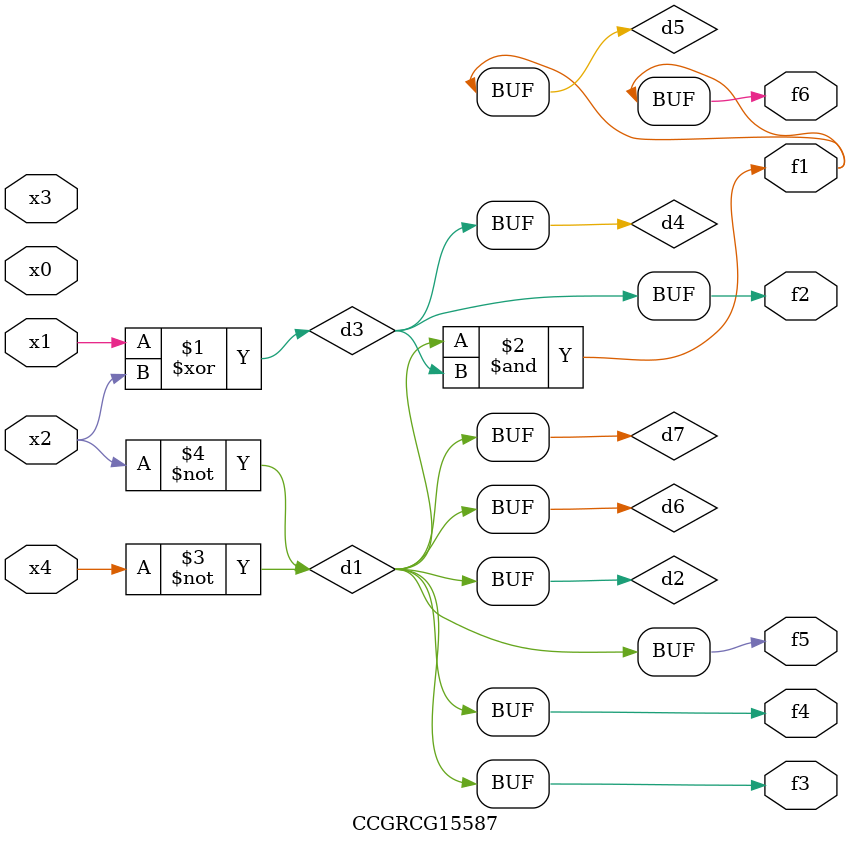
<source format=v>
module CCGRCG15587(
	input x0, x1, x2, x3, x4,
	output f1, f2, f3, f4, f5, f6
);

	wire d1, d2, d3, d4, d5, d6, d7;

	not (d1, x4);
	not (d2, x2);
	xor (d3, x1, x2);
	buf (d4, d3);
	and (d5, d1, d3);
	buf (d6, d1, d2);
	buf (d7, d2);
	assign f1 = d5;
	assign f2 = d4;
	assign f3 = d7;
	assign f4 = d7;
	assign f5 = d7;
	assign f6 = d5;
endmodule

</source>
